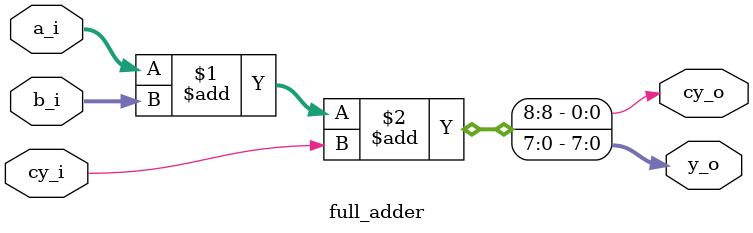
<source format=v>
`include "timescale.v"
module full_adder(
	a_i, b_i, cy_i, 
	y_o, cy_o
);
parameter	WIDTH = 8;
input	[WIDTH - 1:0]	a_i;
input	[WIDTH - 1:0]	b_i;
input			cy_i;

output	[WIDTH - 1:0] 	y_o;
output			cy_o;

assign {cy_o, y_o} = a_i + b_i + cy_i;
endmodule

</source>
